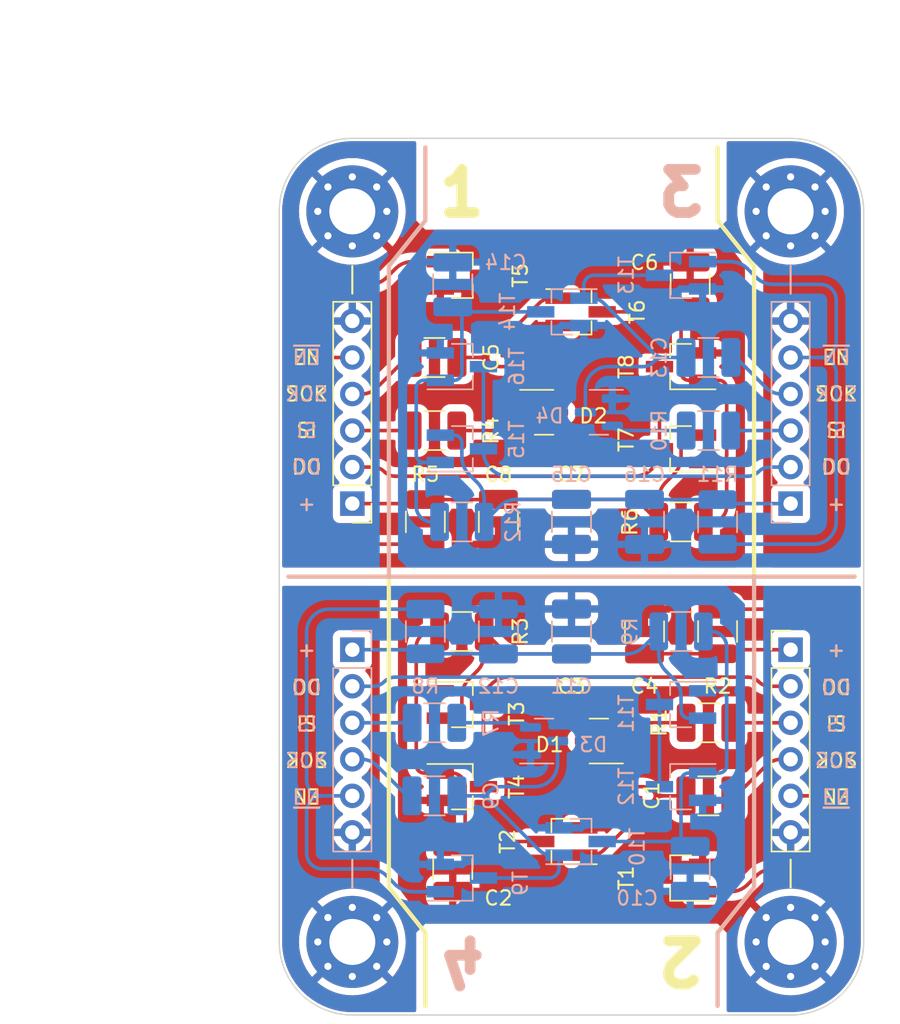
<source format=kicad_pcb>
(kicad_pcb (version 20221018) (generator pcbnew)
  (layers (0 "F.Cu" signal) (31 "B.Cu" signal) (34 "B.Paste" user) (35 "F.Paste" user) (36 "B.SilkS" user "B.Silkscreen") (37 "F.SilkS" user "F.Silkscreen") (38 "B.Mask" user) (39 "F.Mask" user) (44 "Edge.Cuts" user))
  (net 0 "")
  (net 1 "Net-(C2-Pad2)")
  (net 2 "/GND0")
  (net 3 "Net-(C1-Pad2)")
  (net 4 "Net-(R1-Pad2)")
  (net 5 "/SCK_0")
  (net 6 "/SCK_1")
  (net 7 "Net-(C5-Pad2)")
  (net 8 "Net-(C6-Pad2)")
  (net 9 "/SCK_2")
  (net 10 "Net-(C9-Pad2)")
  (net 11 "Net-(C10-Pad2)")
  (net 12 "/SCK_3")
  (net 13 "Net-(C13-Pad2)")
  (net 14 "Net-(C14-Pad2)")
  (net 15 "Net-(R4-Pad2)")
  (net 16 "Net-(R7-Pad2)")
  (net 17 "Net-(R10-Pad2)")
  (net 18 "/DOUT_1")
  (net 19 "/MOSI_1")
  (net 20 "/~{EN}_1")
  (net 21 "/DOUT_2")
  (net 22 "/MOSI_2")
  (net 23 "/~{EN}_2")
  (net 24 "/DOUT_0")
  (net 25 "/MOSI_0")
  (net 26 "/~{EN}_0")
  (net 27 "/DOUT_3")
  (net 28 "/MOSI_3")
  (net 29 "/~{EN}_3")
  (net 30 "/+5V0")
  (net 31 "/GND1")
  (net 32 "/+5V1")
  (net 33 "/GND2")
  (net 34 "/+5V2")
  (net 35 "/GND3")
  (net 36 "/+5V3")
  (footprint "Package_TO_SOT_SMD:SOT-23_Handsoldering" (layer "F.Cu") (at 96.52 95.25)
    (fp_text reference "T3")
    (fp_text value "BSS84")
  )
  (footprint "Resistor_SMD:R_1210_3225Metric_Pad1.30x2.65mm_HandSolder" (layer "F.Cu") (at 93.98 82.55 -90)
    (fp_text reference "R5")
    (fp_text value "1M")
  )
  (footprint "Package_TO_SOT_SMD:SOT-23_Handsoldering" (layer "F.Cu") (at 103.505 104.775 180)
    (fp_text reference "T2")
    (fp_text value "2N7002")
  )
  (footprint "Connector_PinHeader_2.54mm:PinHeader_1x06_P2.54mm_Vertical" (layer "F.Cu") (at 88.9 81.28 180)
    (fp_text reference "J1" hide)
    (fp_text value "Conn_01x06" hide)
  )
  (footprint "Capacitor_SMD:C_1210_3225Metric_Pad1.33x2.70mm_HandSolder" (layer "F.Cu") (at 113.665 101.6 180)
    (fp_text reference "C1")
    (fp_text value "1nF")
  )
  (footprint "Package_TO_SOT_SMD:SOT-23_Handsoldering" (layer "F.Cu") (at 111.76 77.47 180)
    (fp_text reference "T7")
    (fp_text value "BSS84")
  )
  (footprint "Package_TO_SOT_SMD:SOT-23" (layer "F.Cu") (at 106.045 97.79 180)
    (fp_text reference "D1")
    (fp_text value "BAS40-04")
  )
  (footprint "MountingHole:MountingHole_3.2mm_M3_Pad_Via" (layer "F.Cu") (at 119.38 111.76 90)
    (fp_text reference "H3" hide)
    (fp_text value "MountingHole_Pad" hide)
  )
  (footprint "Resistor_SMD:R_1210_3225Metric_Pad1.30x2.65mm_HandSolder" (layer "F.Cu") (at 114.3 90.17 90)
    (fp_text reference "R2")
    (fp_text value "1M")
  )
  (footprint "Package_TO_SOT_SMD:SOT-23_Handsoldering" (layer "F.Cu") (at 111.76 107.315 180)
    (fp_text reference "T1")
    (fp_text value "2N7002")
  )
  (footprint "Resistor_SMD:R_1210_3225Metric_Pad1.30x2.65mm_HandSolder" (layer "F.Cu") (at 94.615 76.2)
    (fp_text reference "R4")
    (fp_text value "220 Ohm")
  )
  (footprint "Capacitor_SMD:C_1210_3225Metric_Pad1.33x2.70mm_HandSolder" (layer "F.Cu") (at 104.14 90.17 -90)
    (fp_text reference "C3")
    (fp_text value "10nF")
  )
  (footprint "Resistor_SMD:R_1210_3225Metric_Pad1.30x2.65mm_HandSolder" (layer "F.Cu") (at 111.76 82.55)
    (fp_text reference "R6")
    (fp_text value "220 Ohm")
  )
  (footprint "Capacitor_SMD:C_1210_3225Metric_Pad1.33x2.70mm_HandSolder" (layer "F.Cu") (at 112.395 66.04 -90)
    (fp_text reference "C6")
    (fp_text value "1nF")
  )
  (footprint "Resistor_SMD:R_1210_3225Metric_Pad1.30x2.65mm_HandSolder" (layer "F.Cu") (at 96.52 90.17 180)
    (fp_text reference "R3")
    (fp_text value "220 Ohm")
  )
  (footprint "MountingHole:MountingHole_3.2mm_M3_Pad_Via" (layer "F.Cu") (at 88.9 111.76 90)
    (fp_text reference "H1" hide)
    (fp_text value "MountingHole_Pad" hide)
  )
  (footprint "Package_TO_SOT_SMD:SOT-23" (layer "F.Cu") (at 102.235 74.93)
    (fp_text reference "D2")
    (fp_text value "BAS40-04")
  )
  (footprint "Capacitor_SMD:C_1210_3225Metric_Pad1.33x2.70mm_HandSolder" (layer "F.Cu") (at 99.06 82.55 90)
    (fp_text reference "C8")
    (fp_text value "1µF")
  )
  (footprint "Capacitor_SMD:C_1210_3225Metric_Pad1.33x2.70mm_HandSolder" (layer "F.Cu") (at 109.22 90.17 -90)
    (fp_text reference "C4")
    (fp_text value "1µF")
  )
  (footprint "Resistor_SMD:R_1210_3225Metric_Pad1.30x2.65mm_HandSolder" (layer "F.Cu") (at 113.665 96.52 180)
    (fp_text reference "R1")
    (fp_text value "220 Ohm")
  )
  (footprint "Package_TO_SOT_SMD:SOT-23_Handsoldering" (layer "F.Cu") (at 96.52 100.965)
    (fp_text reference "T4")
    (fp_text value "2N7002")
  )
  (footprint "Package_TO_SOT_SMD:SOT-23_Handsoldering" (layer "F.Cu") (at 104.775 67.945)
    (fp_text reference "T6")
    (fp_text value "2N7002")
  )
  (footprint "Capacitor_SMD:C_1210_3225Metric_Pad1.33x2.70mm_HandSolder" (layer "F.Cu") (at 94.615 71.12)
    (fp_text reference "C5")
    (fp_text value "1nF")
  )
  (footprint "Package_TO_SOT_SMD:SOT-23_Handsoldering" (layer "F.Cu") (at 96.52 65.405)
    (fp_text reference "T5")
    (fp_text value "2N7002")
  )
  (footprint "Package_TO_SOT_SMD:SOT-23_Handsoldering" (layer "F.Cu") (at 111.76 71.755 180)
    (fp_text reference "T8")
    (fp_text value "2N7002")
  )
  (footprint "MountingHole:MountingHole_3.2mm_M3_Pad_Via" (layer "F.Cu") (at 88.9 60.96 90)
    (fp_text reference "H2" hide)
    (fp_text value "MountingHole_Pad" hide)
  )
  (footprint "MountingHole:MountingHole_3.2mm_M3_Pad_Via" (layer "F.Cu") (at 119.38 60.96 90)
    (fp_text reference "H4" hide)
    (fp_text value "MountingHole_Pad" hide)
  )
  (footprint "Capacitor_SMD:C_1210_3225Metric_Pad1.33x2.70mm_HandSolder" (layer "F.Cu") (at 95.885 106.68 90)
    (fp_text reference "C2")
    (fp_text value "1nF")
  )
  (footprint "Connector_PinHeader_2.54mm:PinHeader_1x06_P2.54mm_Vertical" (layer "F.Cu") (at 119.38 91.44)
    (fp_text reference "J3" hide)
    (fp_text value "Conn_01x06" hide)
  )
  (footprint "Capacitor_SMD:C_1210_3225Metric_Pad1.33x2.70mm_HandSolder" (layer "F.Cu") (at 104.14 82.55 90)
    (fp_text reference "C7")
    (fp_text value "10nF")
  )
  (footprint "Package_TO_SOT_SMD:SOT-23_Handsoldering" (layer "B.Cu") (at 104.775 104.775001)
    (fp_text reference "T10")
    (fp_text value "2N7002")
  )
  (footprint "Capacitor_SMD:C_1210_3225Metric_Pad1.33x2.70mm_HandSolder" (layer "B.Cu") (at 99.060001 90.170004 -90)
    (fp_text reference "C12")
    (fp_text value "1µF")
  )
  (footprint "Capacitor_SMD:C_1210_3225Metric_Pad1.33x2.70mm_HandSolder" (layer "B.Cu") (at 94.615004 101.600002)
    (fp_text reference "C9")
    (fp_text value "1nF")
  )
  (footprint "Package_TO_SOT_SMD:SOT-23_Handsoldering" (layer "B.Cu") (at 111.76 65.405 180)
    (fp_text reference "T13")
    (fp_text value "2N7002")
  )
  (footprint "Connector_PinHeader_2.54mm:PinHeader_1x06_P2.54mm_Vertical" (layer "B.Cu") (at 88.9 91.44 180)
    (fp_text reference "J2" hide)
    (fp_text value "Conn_01x06" hide)
  )
  (footprint "Package_TO_SOT_SMD:SOT-23_Handsoldering" (layer "B.Cu") (at 96.520001 71.754999)
    (fp_text reference "T16")
    (fp_text value "2N7002")
  )
  (footprint "Capacitor_SMD:C_1210_3225Metric_Pad1.33x2.70mm_HandSolder" (layer "B.Cu") (at 109.220001 82.550001 90)
    (fp_text reference "C16")
    (fp_text value "1µF")
  )
  (footprint "Capacitor_SMD:C_1210_3225Metric_Pad1.33x2.70mm_HandSolder" (layer "B.Cu") (at 112.395001 106.68 90)
    (fp_text reference "C10")
    (fp_text value "1nF")
  )
  (footprint "Capacitor_SMD:C_1210_3225Metric_Pad1.33x2.70mm_HandSolder" (layer "B.Cu") (at 95.885001 66.040001 -90)
    (fp_text reference "C14")
    (fp_text value "1nF")
  )
  (footprint "Package_TO_SOT_SMD:SOT-23_Handsoldering" (layer "B.Cu") (at 111.760005 100.965001 180)
    (fp_text reference "T12")
    (fp_text value "2N7002")
  )
  (footprint "Package_TO_SOT_SMD:SOT-23" (layer "B.Cu") (at 102.235001 97.790003)
    (fp_text reference "D3")
    (fp_text value "BAS40-04")
  )
  (footprint "Resistor_SMD:R_1210_3225Metric_Pad1.30x2.65mm_HandSolder" (layer "B.Cu") (at 111.760002 90.17)
    (fp_text reference "R9")
    (fp_text value "220 Ohm")
  )
  (footprint "Capacitor_SMD:C_1210_3225Metric_Pad1.33x2.70mm_HandSolder" (layer "B.Cu") (at 113.665001 71.120001 180)
    (fp_text reference "C13")
    (fp_text value "1nF")
  )
  (footprint "Resistor_SMD:R_1210_3225Metric_Pad1.30x2.65mm_HandSolder" (layer "B.Cu") (at 114.3 82.55 -90)
    (fp_text reference "R11")
    (fp_text value "1M")
  )
  (footprint "Capacitor_SMD:C_1210_3225Metric_Pad1.33x2.70mm_HandSolder" (layer "B.Cu") (at 104.139999 90.170001 -90)
    (fp_text reference "C11")
    (fp_text value "10nF")
  )
  (footprint "Connector_PinHeader_2.54mm:PinHeader_1x06_P2.54mm_Vertical" (layer "B.Cu") (at 119.38 81.28)
    (fp_text reference "J4" hide)
    (fp_text value "Conn_01x06" hide)
  )
  (footprint "Resistor_SMD:R_1210_3225Metric_Pad1.30x2.65mm_HandSolder" (layer "B.Cu") (at 93.98 90.17 90)
    (fp_text reference "R8")
    (fp_text value "1M")
  )
  (footprint "Package_TO_SOT_SMD:SOT-23" (layer "B.Cu") (at 106.044999 74.929999 180)
    (fp_text reference "D4")
    (fp_text value "BAS40-04")
  )
  (footprint "Resistor_SMD:R_1210_3225Metric_Pad1.30x2.65mm_HandSolder" (layer "B.Cu") (at 94.615002 96.520001)
    (fp_text reference "R7")
    (fp_text value "220 Ohm")
  )
  (footprint "Resistor_SMD:R_1210_3225Metric_Pad1.30x2.65mm_HandSolder" (layer "B.Cu") (at 113.664999 76.199999 180)
    (fp_text reference "R10")
    (fp_text value "220 Ohm")
  )
  (footprint "Package_TO_SOT_SMD:SOT-23_Handsoldering" (layer "B.Cu") (at 96.52 107.315)
    (fp_text reference "T9")
    (fp_text value "2N7002")
  )
  (footprint "Package_TO_SOT_SMD:SOT-23_Handsoldering" (layer "B.Cu") (at 96.520001 77.469999)
    (fp_text reference "T15")
    (fp_text value "BSS84")
  )
  (footprint "Package_TO_SOT_SMD:SOT-23_Handsoldering" (layer "B.Cu") (at 111.760001 95.249999 180)
    (fp_text reference "T11")
    (fp_text value "BSS84")
  )
  (footprint "Capacitor_SMD:C_1210_3225Metric_Pad1.33x2.70mm_HandSolder" (layer "B.Cu") (at 104.14 82.55 90)
    (fp_text reference "C15")
    (fp_text value "10nF")
  )
  (footprint "Resistor_SMD:R_1210_3225Metric_Pad1.30x2.65mm_HandSolder" (layer "B.Cu") (at 96.52 82.550001 180)
    (fp_text reference "R12")
    (fp_text value "220 Ohm")
  )
  (footprint "Package_TO_SOT_SMD:SOT-23_Handsoldering" (layer "B.Cu") (at 103.505001 67.944999 180)
    (fp_text reference "T14")
    (fp_text value "2N7002")
  )
  (gr_line (start 116.84 86.36) (end 116.84 107.95) (stroke (width 0.3)) (layer "B.SilkS"))
  (gr_line (start 91.44 86.36) (end 91.44 64.77) (stroke (width 0.3)) (layer "B.SilkS"))
  (gr_line (start 93.98 56.515) (end 93.98 61.595) (stroke (width 0.3)) (layer "B.SilkS"))
  (gr_line (start 116.84 107.95) (end 114.3 111.125) (stroke (width 0.3)) (layer "B.SilkS"))
  (gr_line (start 93.98 61.595) (end 91.44 64.77) (stroke (width 0.3)) (layer "B.SilkS"))
  (gr_line (start 119.38 66.675) (end 119.38 64.77) (stroke (width 0.15)) (layer "B.SilkS"))
  (gr_line (start 88.9 106.045) (end 88.9 107.95) (stroke (width 0.15)) (layer "B.SilkS"))
  (gr_line (start 114.3 111.125) (end 114.3 116.205) (stroke (width 0.3)) (layer "B.SilkS"))
  (gr_line (start 84.455 86.36) (end 123.825 86.36) (stroke (width 0.3)) (layer "B.SilkS"))
  (gr_line (start 91.44 86.36) (end 91.44 107.95) (stroke (width 0.3)) (layer "F.SilkS"))
  (gr_line (start 93.98 111.125) (end 91.44 107.95) (stroke (width 0.3)) (layer "F.SilkS"))
  (gr_line (start 114.3 61.595) (end 114.3 56.515) (stroke (width 0.3)) (layer "F.SilkS"))
  (gr_line (start 88.9 64.77) (end 88.9 66.675) (stroke (width 0.15)) (layer "F.SilkS"))
  (gr_line (start 116.840002 64.770001) (end 114.299999 61.595001) (stroke (width 0.3)) (layer "F.SilkS"))
  (gr_line (start 119.38 106.045) (end 119.38 107.95) (stroke (width 0.15)) (layer "F.SilkS"))
  (gr_line (start 93.98 116.205) (end 93.98 111.125) (stroke (width 0.3)) (layer "F.SilkS"))
  (gr_line (start 84.455 86.36) (end 123.825 86.36) (stroke (width 0.3)) (layer "F.SilkS"))
  (gr_line (start 116.84 86.36) (end 116.84 64.77) (stroke (width 0.3)) (layer "F.SilkS"))
  (gr_line locked (start 88.9 55.88) (end 119.38 55.88) (stroke (width 0.1)) (layer "Edge.Cuts"))
  (gr_arc locked (start 88.9 116.84) (mid 85.307898 115.352102) (end 83.82 111.76) (stroke (width 0.1)) (layer "Edge.Cuts"))
  (gr_line locked (start 83.82 111.76) (end 83.82 60.96) (stroke (width 0.1)) (layer "Edge.Cuts"))
  (gr_arc locked (start 83.82 60.96) (mid 85.307898 57.367898) (end 88.9 55.88) (stroke (width 0.1)) (layer "Edge.Cuts"))
  (gr_line locked (start 119.38 116.84) (end 88.9 116.84) (stroke (width 0.1)) (layer "Edge.Cuts"))
  (gr_arc locked (start 124.46 111.76) (mid 122.972102 115.352102) (end 119.38 116.84) (stroke (width 0.1)) (layer "Edge.Cuts"))
  (gr_arc locked (start 119.38 55.88) (mid 122.972102 57.367898) (end 124.46 60.96) (stroke (width 0.1)) (layer "Edge.Cuts"))
  (gr_line locked (start 124.46 60.96) (end 124.46 111.76) (stroke (width 0.1)) (layer "Edge.Cuts"))
  (gr_text "SCK" (at 85.725 99.06 -180) (layer "B.SilkS") (effects (font (size 1 1)) (justify mirror)))
  (gr_text "DO" (at 85.725 78.74) (layer "B.SilkS") (effects (font (size 1 1)) (justify mirror)))
  (gr_text "~{EN}" (at 85.725 71.12) (layer "B.SilkS") (effects (font (size 1 1)) (justify mirror)))
  (gr_text "SCK" (at 122.555 99.06 -180) (layer "B.SilkS") (effects (font (size 1 1)) (justify mirror)))
  (gr_text "~{EN}" (at 122.555 101.6 -180) (layer "B.SilkS") (effects (font (size 1 1)) (justify mirror)))
  (gr_text "4" (at 96.52 113.03 180) (layer "B.SilkS") (effects (font (size 3 3) (thickness 0.75)) (justify mirror)))
  (gr_text "+" (at 85.725 81.28) (layer "B.SilkS") (effects (font (size 1 1)) (justify mirror)))
  (gr_text "3" (at 111.76 59.69) (layer "B.SilkS") (effects (font (size 3 3) (thickness 0.75)) (justify mirror)))
  (gr_text "SCK" (at 122.555 73.66) (layer "B.SilkS") (effects (font (size 1 1)) (justify mirror)))
  (gr_text "+" (at 122.555 81.28) (layer "B.SilkS") (effects (font (size 1 1)) (justify mirror)))
  (gr_text "DO" (at 122.555 93.98 -180) (layer "B.SilkS") (effects (font (size 1 1)) (justify mirror)))
  (gr_text "+" (at 122.555 91.44) (layer "B.SilkS") (effects (font (size 1 1)) (justify mirror)))
  (gr_text "+" (at 85.725 91.44) (layer "B.SilkS") (effects (font (size 1 1)) (justify mirror)))
  (gr_text "SCK" (at 85.725 73.66) (layer "B.SilkS") (effects (font (size 1 1)) (justify mirror)))
  (gr_text "SI" (at 85.725 96.52 -180) (layer "B.SilkS") (effects (font (size 1 1)) (justify mirror)))
  (gr_text "~{EN}" (at 85.725 101.6 -180) (layer "B.SilkS") (effects (font (size 1 1)) (justify mirror)))
  (gr_text "~{EN}" (at 122.555 71.12) (layer "B.SilkS") (effects (font (size 1 1)) (justify mirror)))
  (gr_text "SI" (at 85.725 76.2) (layer "B.SilkS") (effects (font (size 1 1)) (justify mirror)))
  (gr_text "DO" (at 122.555 78.74) (layer "B.SilkS") (effects (font (size 1 1)) (justify mirror)))
  (gr_text "SI" (at 122.555 96.52 -180) (layer "B.SilkS") (effects (font (size 1 1)) (justify mirror)))
  (gr_text "SI" (at 122.555 76.2) (layer "B.SilkS") (effects (font (size 1 1)) (justify mirror)))
  (gr_text "DO" (at 85.725 93.98 -180) (layer "B.SilkS") (effects (font (size 1 1)) (justify mirror)))
  (gr_text "+" (at 122.555 81.28) (layer "F.SilkS") (effects (font (size 1 1))))
  (gr_text "~{EN}" (at 85.725 71.12) (layer "F.SilkS") (effects (font (size 1 1))))
  (gr_text "+" (at 85.725 91.44) (layer "F.SilkS") (effects (font (size 1 1))))
  (gr_text "SI" (at 85.725 96.52 180) (layer "F.SilkS") (effects (font (size 1 1))))
  (gr_text "DO" (at 85.725 78.74) (layer "F.SilkS") (effects (font (size 1 1))))
  (gr_text "~{EN}" (at 85.725 101.6 180) (layer "F.SilkS") (effects (font (size 1 1))))
  (gr_text "+" (at 122.555 91.44) (layer "F.SilkS") (effects (font (size 1 1))))
  (gr_text "SCK" (at 122.555 73.66) (layer "F.SilkS") (effects (font (size 1 1))))
  (gr_text "~{EN}" (at 122.555 71.12) (layer "F.SilkS") (effects (font (size 1 1))))
  (gr_text "DO" (at 122.555 93.98 180) (layer "F.SilkS") (effects (font (size 1 1))))
  (gr_text "+" (at 85.725 81.28) (layer "F.SilkS") (effects (font (size 1 1))))
  (gr_text "SCK" (at 122.555 99.06 180) (layer "F.SilkS") (effects (font (size 1 1))))
  (gr_text "SCK" (at 85.725 99.06 180) (layer "F.SilkS") (effects (font (size 1 1))))
  (gr_text "SI" (at 85.725 76.2) (layer "F.SilkS") (effects (font (size 1 1))))
  (gr_text "~{EN}" (at 122.555 101.6 180) (layer "F.SilkS") (effects (font (size 1 1))))
  (gr_text "SI" (at 122.555 96.52 180) (layer "F.SilkS") (effects (font (size 1 1))))
  (gr_text "SCK" (at 85.725 73.66) (layer "F.SilkS") (effects (font (size 1 1))))
  (gr_text "1" (at 96.52 59.69) (layer "F.SilkS") (effects (font (size 3 3) (thickness 0.75))))
  (gr_text "DO" (at 122.555 78.74) (layer "F.SilkS") (effects (font (size 1 1))))
  (gr_text "SI" (at 122.555 76.2) (layer "F.SilkS") (effects (font (size 1 1))))
  (gr_text "DO" (at 85.725 93.98 180) (layer "F.SilkS") (effects (font (size 1 1))))
  (gr_text "2" (at 111.76 113.03 180) (layer "F.SilkS") (effects (font (size 3 3) (thickness 0.75))))
  (segment (start 93.546862 94.413137) (end 93.5025 94.4575) (width 0.25) (layer "F.Cu") (net 1))
  (segment (start 94.429012 90.17) (end 94.97 90.17) (width 0.25) (layer "F.Cu") (net 1))
  (segment (start 96.745 104.775) (end 96.745 100.936837) (width 0.25) (layer "F.Cu") (net 1))
  (segment (start 93.345 91.254012) (end 93.345 93.74519) (width 0.25) (layer "F.Cu") (net 1))
  (segment (start 93.345 94.837738) (end 93.345 99.468725) (width 0.25) (layer "F.Cu") (net 1))
  (segment (start 93.82 94.3) (end 93.98 94.3) (width 0.25) (layer "F.Cu") (net 1))
  (segment (start 96.745 104.775) (end 102.005 104.775) (width 0.25) (layer "F.Cu") (net 1))
  (segment (start 95.823162 100.015) (end 95.02 100.015) (width 0.25) (layer "F.Cu") (net 1))
  (segment (start 93.899809 94.3) (end 95.02 94.3) (width 0.25) (layer "F.Cu") (net 1))
  (segment (start 95.02 100.015) (end 93.891274 100.015) (width 0.25) (layer "F.Cu") (net 1))
  (arc (start 93.505 99.855) (mid 93.682224 99.973417) (end 93.891274 100.015) (width 0.25) (layer "F.Cu") (net 1))
  (arc (start 93.345 99.468725) (mid 93.386582 99.677775) (end 93.505 99.855) (width 0.25) (layer "F.Cu") (net 1))
  (arc (start 96.475 100.285) (mid 96.175934 100.08517) (end 95.823162 100.015) (width 0.25) (layer "F.Cu") (net 1))
  (arc (start 94.429012 90.17) (mid 94.014178 90.252515) (end 93.6625 90.4875) (width 0.25) (layer "F.Cu") (net 1))
  (arc (start 96.475 100.285) (mid 96.674829 100.584065) (end 96.745 100.936837) (width 0.25) (layer "F.Cu") (net 1))
  (arc (start 93.82 94.3) (mid 93.672179 94.329403) (end 93.546862 94.413137) (width 0.25) (layer "F.Cu") (net 1))
  (arc (start 93.5025 94.4575) (mid 93.385932 94.631954) (end 93.345 94.837738) (width 0.25) (layer "F.Cu") (net 1))
  (arc (start 93.5075 94.1375) (mid 93.687493 94.257767) (end 93.899809 94.3) (width 0.25) (layer "F.Cu") (net 1))
  (arc (start 93.345 93.74519) (mid 93.387232 93.957506) (end 93.5075 94.1375) (width 0.25) (layer "F.Cu") (net 1))
  (arc (start 93.6625 90.4875) (mid 93.427515 90.839178) (end 93.345 91.254012) (width 0.25) (layer "F.Cu") (net 1))
  (segment (start 109.839999 101.917499) (end 106.395776 105.361723) (width 0.25) (layer "F.Cu") (net 3))
  (segment (start 110.606512 101.6) (end 112.1025 101.6) (width 0.25) (layer "F.Cu") (net 3))
  (segment (start 105.005 106.623621) (end 105.005 106.23875) (width 0.25) (layer "F.Cu") (net 3))
  (segment (start 105.1075 99.364587) (end 105.1075 97.79) (width 0.25) (layer "F.Cu") (net 3))
  (segment (start 105.696378 107.315) (end 110.26 107.315) (width 0.25) (layer "F.Cu") (net 3))
  (segment (start 109.073487 100.965) (end 106.707912 100.965) (width 0.25) (layer "F.Cu") (net 3))
  (arc (start 109.84 101.2825) (mid 110.191678 101.517484) (end 110.606512 101.6) (width 0.25) (layer "F.Cu") (net 3))
  (arc (start 109.84 101.2825) (mid 109.48832 101.047515) (end 109.073487 100.965) (width 0.25) (layer "F.Cu") (net 3))
  (arc (start 105.2075 107.1125) (mid 105.431799 107.262371) (end 105.696378 107.315) (width 0.25) (layer "F.Cu") (net 3))
  (arc (start 109.839999 101.917499) (mid 109.971512 101.599999) (end 109.84 101.2825) (width 0.25) (layer "F.Cu") (net 3))
  (arc (start 105.005 106.623621) (mid 105.057628 106.8882) (end 105.2075 107.1125) (width 0.25) (layer "F.Cu") (net 3))
  (arc (start 105.57625 100.49625) (mid 106.095461 100.843175) (end 106.707912 100.965) (width 0.25) (layer "F.Cu") (net 3))
  (arc (start 110.606512 101.6) (mid 110.191678 101.682515) (end 109.839999 101.917499) (width 0.25) (layer "F.Cu") (net 3))
  (arc (start 105.51875 105.725) (mid 105.155473 105.875473) (end 105.005 106.23875) (width 0.25) (layer "F.Cu") (net 3))
  (arc (start 106.395776 105.361723) (mid 105.993393 105.630587) (end 105.51875 105.725) (width 0.25) (layer "F.Cu") (net 3))
  (arc (start 105.1075 99.364587) (mid 105.229324 99.977038) (end 105.57625 100.49625) (width 0.25) (layer "F.Cu") (net 3))
  (segment (start 107.1425 96.68) (end 106.9825 96.84) (width 0.25) (layer "F.Cu") (net 4))
  (segment (start 107.528774 96.52) (end 112.115 96.52) (width 0.25) (layer "F.Cu") (net 4))
  (arc (start 107.528774 96.52) (mid 107.319724 96.561582) (end 107.1425 96.68) (width 0.25) (layer "F.Cu") (net 4))
  (segment (start 115.39875 101.6) (end 115.2275 101.6) (width 0.25) (layer "F.Cu") (net 5))
  (segment (start 115.691092 101.478907) (end 117.660987 99.509012) (width 0.25) (layer "F.Cu") (net 5))
  (segment (start 118.745 99.06) (end 119.38 99.06) (width 0.25) (layer "F.Cu") (net 5))
  (arc (start 115.691092 101.478907) (mid 115.556964 101.568528) (end 115.39875 101.6) (width 0.25) (layer "F.Cu") (net 5))
  (arc (start 118.745 99.06) (mid 118.158336 99.176694) (end 117.660987 99.509012) (width 0.25) (layer "F.Cu") (net 5))
  (segment (start 89.535 73.66) (end 88.9 73.66) (width 0.25) (layer "F.Cu") (net 6))
  (segment (start 90.619012 73.210987) (end 92.588907 71.241092) (width 0.25) (layer "F.Cu") (net 6))
  (segment (start 92.88125 71.12) (end 93.0525 71.12) (width 0.25) (layer "F.Cu") (net 6))
  (arc (start 92.88125 71.12) (mid 92.723035 71.15147) (end 92.588907 71.241092) (width 0.25) (layer "F.Cu") (net 6))
  (arc (start 90.619012 73.210987) (mid 90.121663 73.543305) (end 89.535 73.66) (width 0.25) (layer "F.Cu") (net 6))
  (segment (start 97.673487 71.12) (end 96.1775 71.12) (width 0.25) (layer "F.Cu") (net 7))
  (segment (start 101.572087 71.755) (end 99.206512 71.755) (width 0.25) (layer "F.Cu") (net 7))
  (segment (start 102.583621 65.405) (end 98.02 65.405) (width 0.25) (layer "F.Cu") (net 7))
  (segment (start 98.439999 70.802499) (end 101.884223 67.358276) (width 0.25) (layer "F.Cu") (net 7))
  (segment (start 103.1725 73.355412) (end 103.1725 74.93) (width 0.25) (layer "F.Cu") (net 7))
  (segment (start 103.275 66.48125) (end 103.275 66.096378) (width 0.25) (layer "F.Cu") (net 7))
  (arc (start 98.44 71.4375) (mid 98.791678 71.672484) (end 99.206512 71.755) (width 0.25) (layer "F.Cu") (net 7))
  (arc (start 103.0725 65.6075) (mid 103.222371 65.831799) (end 103.275 66.096378) (width 0.25) (layer "F.Cu") (net 7))
  (arc (start 98.44 71.4375) (mid 98.08832 71.202515) (end 97.673487 71.12) (width 0.25) (layer "F.Cu") (net 7))
  (arc (start 97.673487 71.12) (mid 98.08832 71.037484) (end 98.439999 70.802499) (width 0.25) (layer "F.Cu") (net 7))
  (arc (start 103.275 66.48125) (mid 103.124526 66.844526) (end 102.76125 66.995) (width 0.25) (layer "F.Cu") (net 7))
  (arc (start 102.76125 66.995) (mid 102.286606 67.089412) (end 101.884223 67.358276) (width 0.25) (layer "F.Cu") (net 7))
  (arc (start 102.70375 72.22375) (mid 103.050675 72.742961) (end 103.1725 73.355412) (width 0.25) (layer "F.Cu") (net 7))
  (arc (start 103.0725 65.6075) (mid 102.8482 65.457628) (end 102.583621 65.405) (width 0.25) (layer "F.Cu") (net 7))
  (arc (start 98.439999 70.802499) (mid 98.308486 71.119999) (end 98.44 71.4375) (width 0.25) (layer "F.Cu") (net 7))
  (arc (start 102.70375 72.22375) (mid 102.184538 71.876824) (end 101.572087 71.755) (width 0.25) (layer "F.Cu") (net 7))
  (segment (start 113.26 72.705) (end 112.297738 72.705) (width 0.25) (layer "F.Cu") (net 8))
  (segment (start 114.733137 78.306862) (end 114.7775 78.2625) (width 0.25) (layer "F.Cu") (net 8))
  (segment (start 114.38019 78.42) (end 113.26 78.42) (width 0.25) (layer "F.Cu") (net 8))
  (segment (start 114.935 81.465987) (end 114.935 78.974809) (width 0.25) (layer "F.Cu") (net 8))
  (segment (start 114.46 78.42) (end 114.3 78.42) (width 0.25) (layer "F.Cu") (net 8))
  (segment (start 113.850987 82.55) (end 113.31 82.55) (width 0.25) (layer "F.Cu") (net 8))
  (segment (start 111.76 67.945) (end 106.275 67.945) (width 0.25) (layer "F.Cu") (net 8))
  (segment (start 113.26 72.705) (end 114.388725 72.705) (width 0.25) (layer "F.Cu") (net 8))
  (segment (start 111.76 67.945) (end 111.76 72.167261) (width 0.25) (layer "F.Cu") (net 8))
  (segment (start 114.935 73.251274) (end 114.935 77.882261) (width 0.25) (layer "F.Cu") (net 8))
  (arc (start 114.935 77.882261) (mid 114.894067 78.088044) (end 114.7775 78.2625) (width 0.25) (layer "F.Cu") (net 8))
  (arc (start 114.7725 78.5825) (mid 114.892767 78.762493) (end 114.935 78.974809) (width 0.25) (layer "F.Cu") (net 8))
  (arc (start 114.6175 82.2325) (mid 114.26582 82.467484) (end 113.850987 82.55) (width 0.25) (layer "F.Cu") (net 8))
  (arc (start 114.733137 78.306862) (mid 114.60782 78.390596) (end 114.46 78.42) (width 0.25) (layer "F.Cu") (net 8))
  (arc (start 114.775 72.865) (mid 114.893417 73.042224) (end 114.935 73.251274) (width 0.25) (layer "F.Cu") (net 8))
  (arc (start 114.7725 78.5825) (mid 114.592506 78.462232) (end 114.38019 78.42) (width 0.25) (layer "F.Cu") (net 8))
  (arc (start 114.935 81.465987) (mid 114.852484 81.88082) (end 114.6175 82.2325) (width 0.25) (layer "F.Cu") (net 8))
  (arc (start 114.775 72.865) (mid 114.597775 72.746582) (end 114.388725 72.705) (width 0.25) (layer "F.Cu") (net 8))
  (arc (start 111.76 72.167261) (mid 111.800932 72.373044) (end 111.9175 72.5475) (width 0.25) (layer "F.Cu") (net 8))
  (arc (start 111.9175 72.5475) (mid 112.091954 72.664067) (end 112.297738 72.705) (width 0.25) (layer "F.Cu") (net 8))
  (segment (start 92.588907 101.478908) (end 90.619016 99.509015) (width 0.25) (layer "B.Cu") (net 9))
  (segment (start 89.535001 99.06) (end 88.9 99.06) (width 0.25) (layer "B.Cu") (net 9))
  (segment (start 92.881249 101.600001) (end 93.052499 101.600001) (width 0.25) (layer "B.Cu") (net 9))
  (arc (start 89.535001 99.06) (mid 90.121666 99.176695) (end 90.619016 99.509015) (width 0.25) (layer "B.Cu") (net 9))
  (arc (start 92.588907 101.478908) (mid 92.723034 101.568529) (end 92.881249 101.600001) (width 0.25) (layer "B.Cu") (net 9))
  (segment (start 97.673488 101.600002) (end 96.177503 101.600002) (width 0.25) (layer "B.Cu") (net 10))
  (segment (start 102.761252 105.725003) (end 103.275001 105.725004) (width 0.25) (layer "B.Cu") (net 10))
  (segment (start 103.275 106.623621) (end 103.275 105.725001) (width 0.25) (layer "B.Cu") (net 10))
  (segment (start 102.58362 107.315001) (end 98.020002 107.315001) (width 0.25) (layer "B.Cu") (net 10))
  (segment (start 101.572088 100.965002) (end 99.206515 100.965001) (width 0.25) (layer "B.Cu") (net 10))
  (segment (start 103.1725 99.364589) (end 103.1725 97.790003) (width 0.25) (layer "B.Cu") (net 10))
  (segment (start 98.440002 101.917502) (end 101.884228 105.361727) (width 0.25) (layer "B.Cu") (net 10))
  (arc (start 103.072499 107.1125) (mid 102.848199 107.262372) (end 102.58362 107.315001) (width 0.25) (layer "B.Cu") (net 10))
  (arc (start 101.572088 100.965002) (mid 102.184539 100.843178) (end 102.703751 100.496252) (width 0.25) (layer "B.Cu") (net 10))
  (arc (start 103.1725 99.364589) (mid 103.050676 99.97704) (end 102.703751 100.496252) (width 0.25) (layer "B.Cu") (net 10))
  (arc (start 97.673488 101.600002) (mid 98.088322 101.517486) (end 98.440002 101.282501) (width 0.25) (layer "B.Cu") (net 10))
  (arc (start 98.440002 101.917502) (mid 98.088322 101.682517) (end 97.673488 101.600002) (width 0.25) (layer "B.Cu") (net 10))
  (arc (start 99.206515 100.965001) (mid 98.791681 101.047516) (end 98.440002 101.282501) (width 0.25) (layer "B.Cu") (net 10))
  (arc (start 101.884228 105.361727) (mid 102.28661 105.63059) (end 102.761252 105.725003) (width 0.25) (layer "B.Cu") (net 10))
  (arc (start 103.275 106.623621) (mid 103.222371 106.8882) (end 103.072499 107.1125) (width 0.25) (layer "B.Cu") (net 10))
  (arc (start 98.440002 101.282501) (mid 98.308489 101.600001) (end 98.440002 101.917502) (width 0.25) (layer "B.Cu") (net 10))
  (segment (start 114.935002 99.468727) (end 114.935001 94.837741) (width 0.25) (layer "B.Cu") (net 11))
  (segment (start 114.380188 94.300001) (end 113.260002 94.300004) (width 0.25) (layer "B.Cu") (net 11))
  (segment (start 111.76 100.552739) (end 111.76 104.775002) (width 0.25) (layer "B.Cu") (net 11))
  (segment (start 113.850989 90.170002) (end 113.31 90.170001) (width 0.25) (layer "B.Cu") (net 11))
  (segment (start 114.460001 94.300002) (end 114.300002 94.300004) (width 0.25) (layer "B.Cu") (net 11))
  (segment (start 114.7775 94.4575) (end 114.733136 94.413136) (width 0.25) (layer "B.Cu") (net 11))
  (segment (start 114.935002 91.254013) (end 114.935001 93.74519) (width 0.25) (layer "B.Cu") (net 11))
  (segment (start 112.297738 100.015001) (end 114.388726 100.015001) (width 0.25) (layer "B.Cu") (net 11))
  (segment (start 111.76 104.775002) (end 106.275002 104.775002) (width 0.25) (layer "B.Cu") (net 11))
  (arc (start 114.733136 94.413136) (mid 114.60782 94.329403) (end 114.460001 94.300002) (width 0.25) (layer "B.Cu") (net 11))
  (arc (start 113.850989 90.170002) (mid 114.265822 90.252518) (end 114.617502 90.487502) (width 0.25) (layer "B.Cu") (net 11))
  (arc (start 114.775002 99.855001) (mid 114.597776 99.973418) (end 114.388726 100.015001) (width 0.25) (layer "B.Cu") (net 11))
  (arc (start 114.7775 94.4575) (mid 114.894067 94.631956) (end 114.935001 94.837741) (width 0.25) (layer "B.Cu") (net 11))
  (arc (start 114.935002 99.468727) (mid 114.893419 99.677777) (end 114.775002 99.855001) (width 0.25) (layer "B.Cu") (net 11))
  (arc (start 114.617502 90.487502) (mid 114.852486 90.83918) (end 114.935002 91.254013) (width 0.25) (layer "B.Cu") (net 11))
  (arc (start 112.297738 100.015001) (mid 112.091954 100.055933) (end 111.9175 100.172501) (width 0.25) (layer "B.Cu") (net 11))
  (arc (start 114.7725 94.137501) (mid 114.592505 94.257768) (end 114.380188 94.300001) (width 0.25) (layer "B.Cu") (net 11))
  (arc (start 111.9175 100.172501) (mid 111.800932 100.346955) (end 111.76 100.552739) (width 0.25) (layer "B.Cu") (net 11))
  (arc (start 114.935001 93.74519) (mid 114.892768 93.957507) (end 114.7725 94.137501) (width 0.25) (layer "B.Cu") (net 11))
  (segment (start 115.39875 71.12) (end 115.2275 71.12) (width 0.25) (layer "B.Cu") (net 12))
  (segment (start 115.691092 71.241092) (end 117.660987 73.210987) (width 0.25) (layer "B.Cu") (net 12))
  (segment (start 118.745 73.66) (end 119.38 73.66) (width 0.25) (layer "B.Cu") (net 12))
  (arc (start 115.691092 71.241092) (mid 115.556964 71.15147) (end 115.39875 71.12) (width 0.25) (layer "B.Cu") (net 12))
  (arc (start 117.660987 73.210987) (mid 118.158336 73.543305) (end 118.745 73.66) (width 0.25) (layer "B.Cu") (net 12))
  (segment (start 105.1075 73.35541) (end 105.107499 74.929999) (width 0.25) (layer "B.Cu") (net 13))
  (segment (start 109.073488 71.754999) (end 106.70791 71.754999) (width 0.25) (layer "B.Cu") (net 13))
  (segment (start 105.518749 66.995001) (end 105.004999 66.995001) (width 0.25) (layer "B.Cu") (net 13))
  (segment (start 110.606513 71.120001) (end 112.1025 71.120001) (width 0.25) (layer "B.Cu") (net 13))
  (segment (start 106.395775 67.358277) (end 109.840001 70.802501) (width 0.25) (layer "B.Cu") (net 13))
  (segment (start 105.005001 66.096376) (end 105.005001 66.994999) (width 0.25) (layer "B.Cu") (net 13))
  (segment (start 105.696377 65.405) (end 110.26 65.405) (width 0.25) (layer "B.Cu") (net 13))
  (arc (start 109.840001 70.802501) (mid 110.191679 71.037485) (end 110.606513 71.120001) (width 0.25) (layer "B.Cu") (net 13))
  (arc (start 109.840001 71.4375) (mid 109.971513 71.12) (end 109.840001 70.802501) (width 0.25) (layer "B.Cu") (net 13))
  (arc (start 106.70791 71.754999) (mid 106.09546 71.876823) (end 105.57625 72.223749) (width 0.25) (layer "B.Cu") (net 13))
  (arc (start 110.606513 71.120001) (mid 110.191679 71.202516) (end 109.840001 71.4375) (width 0.25) (layer "B.Cu") (net 13))
  (arc (start 105.696377 65.405) (mid 105.431798 65.457627) (end 105.2075 65.607499) (width 0.25) (layer "B.Cu") (net 13))
  (arc (start 105.2075 65.607499) (mid 105.057628 65.831797) (end 105.005001 66.096376) (width 0.25) (layer "B.Cu") (net 13))
  (arc (start 105.57625 72.223749) (mid 105.229324 72.742959) (end 105.1075 73.35541) (width 0.25) (layer "B.Cu") (net 13))
  (arc (start 106.395775 67.358277) (mid 105.993392 67.089413) (end 105.518749 66.995001) (width 0.25) (layer "B.Cu") (net 13))
  (arc (start 109.840001 71.4375) (mid 109.488321 71.672483) (end 109.073488 71.754999) (width 0.25) (layer "B.Cu") (net 13))
  (segment (start 96.52 72.167261) (end 96.52 67.945001) (width 0.25) (layer "B.Cu") (net 14))
  (segment (start 93.546863 78.306862) (end 93.5025 78.262499) (width 0.25) (layer "B.Cu") (net 14))
  (segment (start 93.345 78.974809) (end 93.345 81.465989) (width 0.25) (layer "B.Cu") (net 14))
  (segment (start 96.52 67.945001) (end 102.005001 67.945001) (width 0.25) (layer "B.Cu") (net 14))
  (segment (start 94.42901 82.549999) (end 94.970001 82.549999) (width 0.25) (layer "B.Cu") (net 14))
  (segment (start 95.982261 72.705) (end 93.891275 72.705) (width 0.25) (layer "B.Cu") (net 14))
  (segment (start 93.899809 78.419999) (end 95.019999 78.419999) (width 0.25) (layer "B.Cu") (net 14))
  (segment (start 93.819999 78.419999) (end 93.979999 78.419999) (width 0.25) (layer "B.Cu") (net 14))
  (segment (start 93.345 77.88226) (end 93.345 73.251275) (width 0.25) (layer "B.Cu") (net 14))
  (arc (start 93.345 77.88226) (mid 93.385933 78.088043) (end 93.5025 78.262499) (width 0.25) (layer "B.Cu") (net 14))
  (arc (start 93.345 81.465989) (mid 93.427516 81.880821) (end 93.6625 82.2325) (width 0.25) (layer "B.Cu") (net 14))
  (arc (start 93.891275 72.705) (mid 93.682224 72.746582) (end 93.505 72.865) (width 0.25) (layer "B.Cu") (net 14))
  (arc (start 93.546863 78.306862) (mid 93.672179 78.390596) (end 93.819999 78.419999) (width 0.25) (layer "B.Cu") (net 14))
  (arc (start 93.899809 78.419999) (mid 93.687493 78.462232) (end 93.5075 78.5825) (width 0.25) (layer "B.Cu") (net 14))
  (arc (start 93.5075 78.5825) (mid 93.387232 78.762493) (end 93.345 78.974809) (width 0.25) (layer "B.Cu") (net 14))
  (arc (start 93.6625 82.2325) (mid 94.014177 82.467483) (end 94.42901 82.549999) (width 0.25) (layer "B.Cu") (net 14))
  (arc (start 93.505 72.865) (mid 93.386582 73.042224) (end 93.345 73.251275) (width 0.25) (layer "B.Cu") (net 14))
  (arc (start 96.3625 72.5475) (mid 96.188044 72.664067) (end 95.982261 72.705) (width 0.25) (layer "B.Cu") (net 14))
  (arc (start 96.52 72.167261) (mid 96.479067 72.373044) (end 96.3625 72.5475) (width 0.25) (layer "B.Cu") (net 14))
  (segment (start 101.1375 76.04) (end 101.2975 75.88) (width 0.25) (layer "F.Cu") (net 15))
  (segment (start 100.751225 76.2) (end 96.165 76.2) (width 0.25) (layer "F.Cu") (net 15))
  (arc (start 101.1375 76.04) (mid 100.960275 76.158417) (end 100.751225 76.2) (width 0.25) (layer "F.Cu") (net 15))
  (segment (start 101.137502 96.680002) (end 101.297501 96.840003) (width 0.25) (layer "B.Cu") (net 16))
  (segment (start 100.751229 96.520002) (end 96.165002 96.520002) (width 0.25) (layer "B.Cu") (net 16))
  (arc (start 101.137502 96.680002) (mid 100.960278 96.561584) (end 100.751229 96.520002) (width 0.25) (layer "B.Cu") (net 16))
  (segment (start 107.528773 76.199999) (end 112.115001 76.200001) (width 0.25) (layer "B.Cu") (net 17))
  (segment (start 107.142499 76.039999) (end 106.982499 75.879999) (width 0.25) (layer "B.Cu") (net 17))
  (arc (start 107.142499 76.039999) (mid 107.319723 76.158416) (end 107.528773 76.199999) (width 0.25) (layer "B.Cu") (net 17))
  (segment (start 108.523524 79.375) (end 91.889012 79.375) (width 0.25) (layer "F.Cu") (net 18))
  (segment (start 110.26 77.9025) (end 110.26 77.47) (width 0.25) (layer "F.Cu") (net 18))
  (segment (start 109.954176 78.640823) (end 109.712482 78.882517) (width 0.25) (layer "F.Cu") (net 18))
  (segment (start 110.26 77.47) (end 110.26 71.755) (width 0.25) (layer "F.Cu") (net 18))
  (segment (start 90.355987 78.74) (end 88.9 78.74) (width 0.25) (layer "F.Cu") (net 18))
  (arc (start 109.712482 78.882517) (mid 109.166983 79.247007) (end 108.523524 79.375) (width 0.25) (layer "F.Cu") (net 18))
  (arc (start 91.1225 79.0575) (mid 90.77082 78.822515) (end 90.355987 78.74) (width 0.25) (layer "F.Cu") (net 18))
  (arc (start 91.1225 79.0575) (mid 91.474178 79.292484) (end 91.889012 79.375) (width 0.25) (layer "F.Cu") (net 18))
  (arc (start 110.26 77.9025) (mid 110.180518 78.302077) (end 109.954176 78.640823) (width 0.25) (layer "F.Cu") (net 18))
  (segment (start 88.9 76.2) (end 93.065 76.2) (width 0.25) (layer "F.Cu") (net 19))
  (segment (start 87.287002 84.1) (end 93.98 84.1) (width 0.25) (layer "F.Cu") (net 20))
  (segment (start 93.086475 64.455) (end 95.02 64.455) (width 0.25) (layer "F.Cu") (net 20))
  (segment (start 86.809012 66.04) (end 90.108524 66.04) (width 0.25) (layer "F.Cu") (net 20))
  (segment (start 85.725 67.124012) (end 85.725 70.035987) (width 0.25) (layer "F.Cu") (net 20))
  (segment (start 86.809012 71.12) (end 88.9 71.12) (width 0.25) (layer "F.Cu") (net 20))
  (segment (start 91.897517 64.947482) (end 91.297482 65.547517) (width 0.25) (layer "F.Cu") (net 20))
  (segment (start 85.725 82.537997) (end 85.725 72.204012) (width 0.25) (layer "F.Cu") (net 20))
  (arc (start 86.0425 71.4375) (mid 86.174012 71.12) (end 86.0425 70.8025) (width 0.25) (layer "F.Cu") (net 20))
  (arc (start 85.725 82.537997) (mid 85.8439 83.135749) (end 86.1825 83.6425) (width 0.25) (layer "F.Cu") (net 20))
  (arc (start 86.1825 83.6425) (mid 86.689249 83.981099) (end 87.287002 84.1) (width 0.25) (layer "F.Cu") (net 20))
  (arc (start 86.0425 71.4375) (mid 85.807515 71.789178) (end 85.725 72.204012) (width 0.25) (layer "F.Cu") (net 20))
  (arc (start 86.809012 66.04) (mid 86.394178 66.122515) (end 86.0425 66.3575) (width 0.25) (layer "F.Cu") (net 20))
  (arc (start 86.809012 71.12) (mid 86.394178 71.202515) (end 86.0425 71.4375) (width 0.25) (layer "F.Cu") (net 20))
  (arc (start 86.0425 70.8025) (mid 86.394178 71.037484) (end 86.809012 71.12) (width 0.25) (layer "F.Cu") (net 20))
  (arc (start 85.725 70.035987) (mid 85.807515 70.45082) (end 86.0425 70.8025) (width 0.25) (layer "F.Cu") (net 20))
  (arc (start 93.086475 64.455) (mid 92.443015 64.582991) (end 91.897517 64.947482) (width 0.25) (layer "F.Cu") (net 20))
  (arc (start 91.297482 65.547517) (mid 90.751983 65.912007) (end 90.108524 66.04) (width 0.25) (layer "F.Cu") (net 20))
  (arc (start 86.0425 66.3575) (mid 85.807515 66.709178) (end 85.725 67.124012) (width 0.25) (layer "F.Cu") (net 20))
  (segment (start 109.767518 93.89252) (end 109.712483 93.837485) (width 0.25) (layer "B.Cu") (net 21))
  (segment (start 110.260001 95.081477) (end 110.260001 100.965003) (width 0.25) (layer "B.Cu") (net 21))
  (segment (start 91.889011 93.345004) (end 108.523524 93.345004) (width 0.25) (layer "B.Cu") (net 21))
  (segment (start 90.355996 93.98) (end 88.9 93.98) (width 0.25) (layer "B.Cu") (net 21))
  (arc (start 91.122504 93.662502) (mid 90.770827 93.897484) (end 90.355996 93.98) (width 0.25) (layer "B.Cu") (net 21))
  (arc (start 91.889011 93.345004) (mid 91.47418 93.427519) (end 91.122504 93.662502) (width 0.25) (layer "B.Cu") (net 21))
  (arc (start 109.712483 93.837485) (mid 109.166983 93.472995) (end 108.523524 93.345004) (width 0.25) (layer "B.Cu") (net 21))
  (arc (start 109.767518 93.89252) (mid 110.132009 94.438018) (end 110.260001 95.081477) (width 0.25) (layer "B.Cu") (net 21))
  (segment (start 88.900001 96.520001) (end 93.065002 96.520002) (width 0.25) (layer "B.Cu") (net 22))
  (segment (start 85.725 90.18201) (end 85.725 100.515987) (width 0.25) (layer "B.Cu") (net 23))
  (segment (start 86.809012 101.6) (end 88.9 101.6) (width 0.25) (layer "B.Cu") (net 23))
  (segment (start 91.897519 107.772518) (end 91.297482 107.172482) (width 0.25) (layer "B.Cu") (net 23))
  (segment (start 90.108524 106.68) (end 86.809012 106.68) (width 0.25) (layer "B.Cu") (net 23))
  (segment (start 87.287006 88.620004) (end 93.980001 88.620004) (width 0.25) (layer "B.Cu") (net 23))
  (segment (start 93.086477 108.265001) (end 95.020005 108.265001) (width 0.25) (layer "B.Cu") (net 23))
  (segment (start 85.725 105.595987) (end 85.725 102.684012) (width 0.25) (layer "B.Cu") (net 23))
  (arc (start 86.0425 101.9175) (mid 86.174012 101.6) (end 86.0425 101.2825) (width 0.25) (layer "B.Cu") (net 23))
  (arc (start 86.0425 101.9175) (mid 85.807515 102.269178) (end 85.725 102.684012) (width 0.25) (layer "B.Cu") (net 23))
  (arc (start 86.809012 101.6) (mid 86.394178 101.682515) (end 86.0425 101.9175) (width 0.25) (layer "B.Cu") (net 23))
  (arc (start 85.725 100.515987) (mid 85.807515 100.93082) (end 86.0425 101.2825) (width 0.25) (layer "B.Cu") (net 23))
  (arc (start 91.897519 107.772518) (mid 92.443017 108.137008) (end 93.086477 108.265001) (width 0.25) (layer "B.Cu") (net 23))
  (arc (start 85.725 105.595987) (mid 85.807515 106.01082) (end 86.0425 106.3625) (width 0.25) (layer "B.Cu") (net 23))
  (arc (start 87.287006 88.620004) (mid 86.689252 88.738904) (end 86.182501 89.077505) (width 0.25) (layer "B.Cu") (net 23))
  (arc (start 91.297482 107.172482) (mid 90.751983 106.807991) (end 90.108524 106.68) (width 0.25) (layer "B.Cu") (net 23))
  (arc (start 86.0425 101.2825) (mid 86.394178 101.517484) (end 86.809012 101.6) (width 0.25) (layer "B.Cu") (net 23))
  (arc (start 86.182501 89.077505) (mid 85.8439 89.584256) (end 85.725 90.18201) (width 0.25) (layer "B.Cu") (net 23))
  (arc (start 86.0425 106.3625) (mid 86.394178 106.597484) (end 86.809012 106.68) (width 0.25) (layer "B.Cu") (net 23))
  (segment (start 98.02 95.25) (end 98.02 100.965) (width 0.25) (layer "F.Cu") (net 24))
  (segment (start 117.924012 93.98) (end 119.38 93.98) (width 0.25) (layer "F.Cu") (net 24))
  (segment (start 98.325823 94.079176) (end 98.567517 93.837482) (width 0.25) (layer "F.Cu") (net 24))
  (segment (start 116.390987 93.345) (end 99.756475 93.345) (width 0.25) (layer "F.Cu") (net 24))
  (segment (start 98.02 95.25) (end 98.02 94.8175) (width 0.25) (layer "F.Cu") (net 24))
  (arc (start 99.756475 93.345) (mid 99.113015 93.472991) (end 98.567517 93.837482) (width 0.25) (layer "F.Cu") (net 24))
  (arc (start 98.325823 94.079176) (mid 98.09948 94.417922) (end 98.02 94.8175) (width 0.25) (layer "F.Cu") (net 24))
  (arc (start 117.1575 93.6625) (mid 116.80582 93.427515) (end 116.390987 93.345) (width 0.25) (layer "F.Cu") (net 24))
  (arc (start 117.1575 93.6625) (mid 117.509178 93.897484) (end 117.924012 93.98) (width 0.25) (layer "F.Cu") (net 24))
  (segment (start 119.38 96.52) (end 115.215 96.52) (width 0.25) (layer "F.Cu") (net 25))
  (segment (start 121.777481 106.187517) (end 122.062517 105.902482) (width 0.25) (layer "F.Cu") (net 26))
  (segment (start 122.555 100.515987) (end 122.555 90.182002) (width 0.25) (layer "F.Cu") (net 26))
  (segment (start 121.470987 101.6) (end 119.38 101.6) (width 0.25) (layer "F.Cu") (net 26))
  (segment (start 122.555 102.684012) (end 122.555 104.713524) (width 0.25) (layer "F.Cu") (net 26))
  (segment (start 120.992997 88.62) (end 114.3 88.62) (width 0.25) (layer "F.Cu") (net 26))
  (segment (start 115.193524 108.265) (end 113.26 108.265) (width 0.25) (layer "F.Cu") (net 26))
  (segment (start 118.171475 106.68) (end 120.588524 106.68) (width 0.25) (layer "F.Cu") (net 26))
  (segment (start 116.982517 107.172482) (end 116.382482 107.772517) (width 0.25) (layer "F.Cu") (net 26))
  (arc (start 121.470987 101.6) (mid 121.88582 101.517484) (end 122.2375 101.2825) (width 0.25) (layer "F.Cu") (net 26))
  (arc (start 116.382482 107.772517) (mid 115.836983 108.137007) (end 115.193524 108.265) (width 0.25) (layer "F.Cu") (net 26))
  (arc (start 122.0975 89.0775) (mid 121.590749 88.7389) (end 120.992997 88.62) (width 0.25) (layer "F.Cu") (net 26))
  (arc (start 122.0975 89.0775) (mid 122.436099 89.584249) (end 122.555 90.182002) (width 0.25) (layer "F.Cu") (net 26))
  (arc (start 122.555 100.515987) (mid 122.472484 100.93082) (end 122.2375 101.2825) (width 0.25) (layer "F.Cu") (net 26))
  (arc (start 122.555 104.713524) (mid 122.427007 105.356983) (end 122.062517 105.902482) (width 0.25) (layer "F.Cu") (net 26))
  (arc (start 122.2375 101.9175) (mid 122.472484 102.269178) (end 122.555 102.684012) (width 0.25) (layer "F.Cu") (net 26))
  (arc (start 118.171475 106.68) (mid 117.528015 106.807991) (end 116.982517 107.172482) (width 0.25) (layer "F.Cu") (net 26))
  (arc (start 121.777481 106.187517) (mid 121.231983 106.552007) (end 120.588524 106.68) (width 0.25) (layer "F.Cu") (net 26))
  (arc (start 122.2375 101.9175) (mid 121.88582 101.682515) (end 121.470987 101.6) (width 0.25) (layer "F.Cu") (net 26))
  (arc (start 122.2375 101.2825) (mid 122.105987 101.599999) (end 122.2375 101.9175) (width 0.25) (layer "F.Cu") (net 26))
  (segment (start 98.019999 77.638523) (end 98.019999 71.754999) (width 0.25) (layer "B.Cu") (net 27))
  (segment (start 98.512481 78.827481) (end 98.567518 78.882518) (width 0.25) (layer "B.Cu") (net 27))
  (segment (start 99.756476 79.375) (end 116.390986 79.374999) (width 0.25) (layer "B.Cu") (net 27))
  (segment (start 117.92401 78.74) (end 119.38 78.74) (width 0.25) (layer "B.Cu") (net 27))
  (arc (start 98.019999 77.638523) (mid 98.147991 78.281982) (end 98.512481 78.827481) (width 0.25) (layer "B.Cu") (net 27))
  (arc (start 117.92401 78.74) (mid 117.509176 78.822515) (end 117.157498 79.057499) (width 0.25) (layer "B.Cu") (net 27))
  (arc (start 117.157498 79.057499) (mid 116.805819 79.292483) (end 116.390986 79.374999) (width 0.25) (layer "B.Cu") (net 27))
  (arc (start 98.567518 78.882518) (mid 99.113016 79.247008) (end 99.756476 79.375) (width 0.25) (layer "B.Cu") (net 27))
  (segment (start 119.380001 76.2) (end 115.215001 76.200001) (width 0.25) (layer "B.Cu") (net 28))
  (segment (start 116.382482 64.947481) (end 116.982517 65.547517) (width 0.25) (layer "B.Cu") (net 29))
  (segment (start 122.555 72.204012) (end 122.555 82.537997) (width 0.25) (layer "B.Cu") (net 29))
  (segment (start 120.992996 84.099999) (end 114.299999 84.100001) (width 0.25) (layer "B.Cu") (net 29))
  (segment (start 122.555 70.035987) (end 122.555 67.124012) (width 0.25) (layer "B.Cu") (net 29))
  (segment (start 121.470987 66.04) (end 118.171475 66.04) (width 0.25) (layer "B.Cu") (net 29))
  (segment (start 115.193524 64.454999) (end 113.260001 64.454999) (width 0.25) (layer "B.Cu") (net 29))
  (segment (start 121.470987 71.12) (end 119.38 71.12) (width 0.25) (layer "B.Cu") (net 29))
  (arc (start 122.2375 66.3575) (mid 122.472484 66.709178) (end 122.555 67.124012) (width 0.25) (layer "B.Cu") (net 29))
  (arc (start 122.555 70.035987) (mid 122.472484 70.45082) (end 122.2375 70.8025) (width 0.25) (layer "B.Cu") (net 29))
  (arc (start 122.555 82.537997) (mid 122.436099 83.135749) (end 122.097499 83.642499) (width 0.25) (layer "B.Cu") (net 29))
  (arc (start 122.2375 70.8025) (mid 122.105987 71.12) (end 122.2375 71.4375) (width 0.25) (layer "B.Cu") (net 29))
  (arc (start 122.097499 83.642499) (mid 121.590748 83.981098) (end 120.992996 84.099999) (width 0.25) (layer "B.Cu") (net 29))
  (arc (start 122.2375 71.4375) (mid 121.88582 71.202515) (end 121.470987 71.12) (width 0.25) (layer "B.Cu") (net 29))
  (arc (start 122.2375 71.4375) (mid 122.472484 71.789178) (end 122.555 72.204012) (width 0.25) (layer "B.Cu") (net 29))
  (arc (start 116.982517 65.547517) (mid 117.528015 65.912007) (end 118.171475 66.04) (width 0.25) (layer "B.Cu") (net 29))
  (arc (start 116.382482 64.947481) (mid 115.836983 64.58299) (end 115.193524 64.454999) (width 0.25) (layer "B.Cu") (net 29))
  (arc (start 122.2375 66.3575) (mid 121.88582 66.122515) (end 121.470987 66.04) (width 0.25) (layer "B.Cu") (net 29))
  (arc (start 121.470987 71.12) (mid 121.88582 71.037484) (end 122.2375 70.8025) (width 0.25) (layer "B.Cu") (net 29))
  (segment (start 104.14 91.7325) (end 100.328975 91.7325) (width 0.25) (layer "F.Cu") (net 30))
  (segment (start 97.012482 93.487517) (end 97.577517 92.922482) (width 0.25) (layer "F.Cu") (net 30))
  (segment (start 98.07 90.17) (end 99.140017 91.240017) (width 0.25) (layer "F.Cu") (net 30))
  (segment (start 109.211161 91.7325) (end 104.14 91.7325) (width 0.25) (layer "F.Cu") (net 30))
  (segment (start 114.777989 91.44) (end 119.38 91.44) (width 0.25) (layer "F.Cu") (net 30))
  (segment (start 98.07 90.17) (end 98.07 91.733524) (width 0.25) (layer "F.Cu") (net 30))
  (segment (start 114.10201 91.72) (end 109.241338 91.72) (width 0.25) (layer "F.Cu") (net 30))
  (segment (start 95.982261 96.2) (end 95.02 96.2) (width 0.25) (layer "F.Cu") (net 30))
  (segment (start 96.52 94.676475) (end 96.52 95.662261) (width 0.25) (layer "F.Cu") (net 30))
  (arc (start 109.22625 91.72625) (mid 109.219327 91.730875) (end 109.211161 91.7325) (width 0.25) (layer "F.Cu") (net 30))
  (arc (start 96.52 95.662261) (mid 96.479067 95.868044) (end 96.3625 96.0425) (width 0.25) (layer "F.Cu") (net 30))
  (arc (start 114.44 91.58) (mid 114.284928 91.683615) (end 114.10201 91.72) (width 0.25) (layer "F.Cu") (net 30))
  (arc (start 96.3625 96.0425) (mid 96.188044 96.159067) (end 95.982261 96.2) (width 0.25) (layer "F.Cu") (net 30))
  (arc (start 99.140017 91.240017) (mid 99.685515 91.604507) (end 100.328975 91.7325) (width 0.25) (layer "F.Cu") (net 30))
  (arc (start 114.777989 91.44) (mid 114.59507 91.476384) (end 114.44 91.58) (width 0.25) (layer "F.Cu") (net 30))
  (arc (start 97.012482 93.487517) (mid 96.647991 94.033015) (end 96.52 94.676475) (width 0.25) (layer "F.Cu") (net 30))
  (arc (start 98.07 91.733524) (mid 97.942007 92.376983) (end 97.577517 92.922482) (width 0.25) (layer "F.Cu") (net 30))
  (arc (start 109.241338 91.72) (mid 109.233172 91.721624) (end 109.22625 91.72625) (width 0.25) (layer "F.Cu") (net 30))
  (segment (start 93.50201 81.28) (end 88.9 81.28) (width 0.25) (layer "F.Cu") (net 32))
  (segment (start 110.21 80.986475) (end 110.21 82.55) (width 0.25) (layer "F.Cu") (net 32))
  (segment (start 94.177989 81) (end 99.038661 81) (width 0.25) (layer "F.Cu") (net 32))
  (segment (start 109.139982 81.479982) (end 110.21 82.55) (width 0.25) (layer "F.Cu") (net 32))
  (segment (start 112.297738 76.52) (end 113.26 76.52) (width 0.25) (layer "F.Cu") (net 32))
  (segment (start 107.951024 80.9875) (end 104.14 80.9875) (width 0.25) (layer "F.Cu") (net 32))
  (segment (start 111.267517 79.232482) (end 110.702482 79.797517) (width 0.25) (layer "F.Cu") (net 32))
  (segment (start 99.068838 80.9875) (end 104.14 80.9875) (width 0.25) (layer "F.Cu") (net 32))
  (segment (start 111.76 78.043524) (end 111.76 77.057738) (width 0.25) (layer "F.Cu") (net 32))
  (arc (start 99.05375 80.99375) (mid 99.046827 80.998375) (end 99.038661 81) (width 0.25) (layer "F.Cu") (net 32))
  (arc (start 111.9175 76.6775) (mid 111.800932 76.851954) (end 111.76 77.057738) (width 0.25) (layer "F.Cu") (net 32))
  (arc (start 111.76 78.043524) (mid 111.632007 78.686983) (end 111.267517 79.232482) (width 0.25) (layer "F.Cu") (net 32))
  (arc (start 110.702482 79.797517) (mid 110.337991 80.343015) (end 110.21 80.986475) (width 0.25) (layer "F.Cu") (net 32))
  (arc (start 99.068838 80.9875) (mid 99.060672 80.989124) (end 99.05375 80.99375) (width 0.25) (layer "F.Cu") (net 32))
  (arc (start 94.177989 81) (mid 93.99507 81.036384) (end 93.84 81.14) (width 0.25) (layer "F.Cu") (net 32))
  (arc (start 109.139982 81.479982) (mid 108.594483 81.115491) (end 107.951024 80.9875) (width 0.25) (layer "F.Cu") (net 32))
  (arc (start 112.297738 76.52) (mid 112.091954 76.560932) (end 111.9175 76.6775) (width 0.25) (layer "F.Cu") (net 32))
  (arc (start 93.84 81.14) (mid 93.684928 81.243615) (end 93.50201 81.28) (width 0.25) (layer "F.Cu") (net 32))
  (segment (start 94.17799 91.720003) (end 99.03866 91.720001) (width 0.25) (layer "B.Cu") (net 34))
  (segment (start 109.139982 91.240018) (end 110.210001 90.170002) (width 0.25) (layer "B.Cu") (net 34))
  (segment (start 110.702483 92.922482) (end 111.267518 93.487517) (width 0.25) (layer "B.Cu") (net 34))
  (segment (start 104.140002 91.732501) (end 99.06884 91.732501) (width 0.25) (layer "B.Cu") (net 34))
  (segment (start 110.210001 91.733524) (end 110.210001 90.170002) (width 0.25) (layer "B.Cu") (net 34))
  (segment (start 112.29774 96.199999) (end 113.260004 96.199998) (width 0.25) (layer "B.Cu") (net 34))
  (segment (start 104.140002 91.732501) (end 107.951024 91.7325) (width 0.25) (layer "B.Cu") (net 34))
  (segment (start 111.760001 95.662262) (end 111.760001 94.676475) (width 0.25) (layer "B.Cu") (net 34))
  (segment (start 93.502013 91.440002) (end 88.900001 91.440002) (width 0.25) (layer "B.Cu") (net 34))
  (arc (start 111.917501 96.0425) (mid 112.091956 96.159066) (end 112.29774 96.199999) (width 0.25) (layer "B.Cu") (net 34))
  (arc (start 110.210001 91.733524) (mid 110.337992 92.376983) (end 110.702483 92.922482) (width 0.25) (layer "B.Cu") (net 34))
  (arc (start 99.05375 91.726251) (mid 99.060673 91.730876) (end 99.06884 91.732501) (width 0.25) (layer "B.Cu") (net 34))
  (arc (start 93.840002 91.580003) (mid 93.995072 91.683618) (end 94.17799 91.720003) (width 0.25) (layer "B.Cu") (net 34))
  (arc (start 99.05375 91.726251) (mid 99.046826 91.721625) (end 99.03866 91.720001) (width 0.25) (layer "B.Cu") (net 34))
  (arc (start 109.139982 91.240018) (mid 108.594483 91.604508) (end 107.951024 91.7325) (width 0.25) (layer "B.Cu") (net 34))
  (arc (start 111.267518 93.487517) (mid 111.632008 94.033015) (end 111.760001 94.676475) (width 0.25) (layer "B.Cu") (net 34))
  (arc (start 93.840002 91.580003) (mid 93.684931 91.476387) (end 93.502013 91.440002) (width 0.25) (layer "B.Cu") (net 34))
  (arc (start 111.760001 95.662262) (mid 111.800933 95.868045) (end 111.917501 96.0425) (width 0.25) (layer "B.Cu") (net 34))
  (segment (start 100.328975 80.9875) (end 104.14 80.9875) (width 0.25) (layer "B.Cu") (net 36))
  (segment (start 95.982261 76.52) (end 95.02 76.52) (width 0.25) (layer "B.Cu") (net 36))
  (segment (start 114.777987 81.279999) (end 119.380001 81.279999) (width 0.25) (layer "B.Cu") (net 36))
  (segment (start 109.241339 80.999999) (end 114.102012 81) (width 0.25) (layer "B.Cu") (net 36))
  (segment (start 98.070001 82.549999) (end 98.070001 80.986476) (width 0.25) (layer "B.Cu") (net 36))
  (segment (start 99.140017 81.479982) (end 98.070001 82.549999) (width 0.25) (layer "B.Cu") (net 36))
  (segment (start 96.52 77.057738) (end 96.52 78.043525) (width 0.25) (layer "B.Cu") (net 36))
  (segment (start 109.211162 80.9875) (end 104.14 80.9875) (width 0.25) (layer "B.Cu") (net 36))
  (segment (start 97.012483 79.232483) (end 97.577518 79.797518) (width 0.25) (layer "B.Cu") (net 36))
  (arc (start 96.52 78.043525) (mid 96.647992 78.686984) (end 97.012483 79.232483) (width 0.25) (layer "B.Cu") (net 36))
  (arc (start 109.226251 80.993749) (mid 109.233173 80.998374) (end 109.241339 80.999999) (width 0.25) (layer "B.Cu") (net 36))
  (arc (start 96.3625 76.6775) (mid 96.479067 76.851954) (end 96.52 77.057738) (width 0.25) (layer "B.Cu") (net 36))
  (arc (start 96.3625 76.6775) (mid 96.188044 76.560932) (end 95.982261 76.52) (width 0.25) (layer "B.Cu") (net 36))
  (arc (start 100.328975 80.9875) (mid 99.685515 81.115491) (end 99.140017 81.479982) (width 0.25) (layer "B.Cu") (net 36))
  (arc (start 97.577518 79.797518) (mid 97.942008 80.343016) (end 98.070001 80.986476) (width 0.25) (layer "B.Cu") (net 36))
  (arc (start 114.44 81.14) (mid 114.595069 81.243614) (end 114.777987 81.279999) (width 0.25) (layer "B.Cu") (net 36))
  (arc (start 114.102012 81) (mid 114.284929 81.036385) (end 114.44 81.14) (width 0.25) (layer "B.Cu") (net 36))
  (arc (start 109.226251 80.993749) (mid 109.219328 80.989124) (end 109.211162 80.9875) (width 0.25) (layer "B.Cu") (net 36))
  (zone (net 33) (net_name "/GND2") (layer "F.Cu") (connect_pads (clearance 0.508)) (min_thickness 0.254) (fill yes (thermal_gap 0.508) (thermal_bridge_width 0.508))
    (polygon (pts (xy 90.805 87.63) (xy 90.805 107.95) (xy 93.345 111.125) (xy 93.345 117.475) (xy 82.55 117.475) (xy 82.55 86.995) (xy 86.36 86.995) (xy 90.17 86.995)))
  )
  (zone (net 31) (net_name "/GND1") (layer "F.Cu") (connect_pads (clearance 0.508)) (min_thickness 0.254) (fill yes (thermal_gap 0.508) (thermal_bridge_width 0.508))
    (polygon (pts (xy 116.205 64.77) (xy 116.205 85.09) (xy 115.57 85.725) (xy 83.185 85.725) (xy 82.55 85.09) (xy 82.55 54.61) (xy 93.345 54.61) (xy 93.345 61.595) (xy 93.98 62.23) (xy 114.3 62.23)))
  )
  (zone (net 35) (net_name "/GND3") (layer "F.Cu") (connect_pads (clearance 0.508)) (min_thickness 0.254) (fill yes (thermal_gap 0.508) (thermal_bridge_width 0.508))
    (polygon (pts (xy 127 85.725) (xy 118.11 85.725) (xy 117.475 85.09) (xy 117.475 64.77) (xy 114.935 61.595) (xy 114.935 53.975) (xy 127 53.975)))
  )
  (zone (net 2) (net_name "/GND0") (layer "F.Cu") (connect_pads (clearance 0.508)) (min_thickness 0.254) (fill yes (thermal_gap 0.508) (thermal_bridge_width 0.508))
    (polygon (pts (xy 125.73 87.63) (xy 125.73 115.57) (xy 123.825 117.475) (xy 115.57 117.475) (xy 114.935 116.84) (xy 114.935 111.125) (xy 114.3 110.49) (xy 93.98 110.49) (xy 92.075 107.95) (xy 92.075 87.63) (xy 92.71 86.995) (xy 125.095 86.995)))
  )
  (zone (net 33) (net_name "/GND2") (layer "B.Cu") (connect_pads (clearance 0.508)) (min_thickness 0.254) (fill yes (thermal_gap 0.508) (thermal_bridge_width 0.508))
    (polygon (pts (xy 116.205 88.265) (xy 116.205 107.315) (xy 113.665 110.49) (xy 93.98 110.49) (xy 93.345 111.125) (xy 93.345 117.475) (xy 82.55 117.475) (xy 82.55 86.995) (xy 86.36 86.995) (xy 114.935 86.995)))
  )
  (zone (net 31) (net_name "/GND1") (layer "B.Cu") (connect_pads (clearance 0.508)) (min_thickness 0.254) (fill yes (thermal_gap 0.508) (thermal_bridge_width 0.508))
    (polygon (pts (xy 93.345 61.595) (xy 90.805 64.77) (xy 90.805 85.725) (xy 82.55 85.725) (xy 82.55 54.61) (xy 93.345 54.61)))
  )
  (zone (net 2) (net_name "/GND0") (layer "B.Cu") (connect_pads (clearance 0.508)) (min_thickness 0.254) (fill yes (thermal_gap 0.508) (thermal_bridge_width 0.508))
    (polygon (pts (xy 125.73 87.63) (xy 125.73 115.57) (xy 123.825 117.475) (xy 114.935 117.475) (xy 114.935 111.125) (xy 117.475 107.95) (xy 117.475 86.995) (xy 125.095 86.995)))
  )
  (zone (net 35) (net_name "/GND3") (layer "B.Cu") (connect_pads (clearance 0.508)) (min_thickness 0.254) (fill yes (thermal_gap 0.508) (thermal_bridge_width 0.508))
    (polygon (pts (xy 127 85.725) (xy 92.71 85.725) (xy 92.075 85.09) (xy 92.075 65.405) (xy 94.615 62.23) (xy 114.3 62.23) (xy 114.935 61.595) (xy 114.935 53.975) (xy 127 53.975)))
  )
)
</source>
